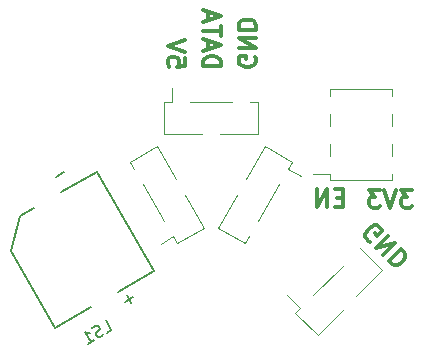
<source format=gbr>
%TF.GenerationSoftware,KiCad,Pcbnew,(6.0.4)*%
%TF.CreationDate,2023-03-23T02:18:43+01:00*%
%TF.ProjectId,FabLight,4661624c-6967-4687-942e-6b696361645f,rev?*%
%TF.SameCoordinates,Original*%
%TF.FileFunction,Legend,Bot*%
%TF.FilePolarity,Positive*%
%FSLAX46Y46*%
G04 Gerber Fmt 4.6, Leading zero omitted, Abs format (unit mm)*
G04 Created by KiCad (PCBNEW (6.0.4)) date 2023-03-23 02:18:43*
%MOMM*%
%LPD*%
G01*
G04 APERTURE LIST*
%ADD10C,0.300000*%
%ADD11C,0.150000*%
%ADD12C,0.120000*%
%ADD13C,0.127000*%
G04 APERTURE END LIST*
D10*
X49325554Y-40587240D02*
X48825554Y-40587240D01*
X48611269Y-41372954D02*
X49325554Y-41372954D01*
X49325554Y-39872954D01*
X48611269Y-39872954D01*
X47968412Y-41372954D02*
X47968412Y-39872954D01*
X47111269Y-41372954D01*
X47111269Y-39872954D01*
X51597897Y-44307319D02*
X51446374Y-44256811D01*
X51294852Y-44105288D01*
X51193836Y-43903258D01*
X51193836Y-43701227D01*
X51244344Y-43549704D01*
X51395867Y-43297166D01*
X51547390Y-43145643D01*
X51799928Y-42994120D01*
X51951451Y-42943613D01*
X52153481Y-42943613D01*
X52355512Y-43044628D01*
X52456527Y-43145643D01*
X52557542Y-43347674D01*
X52557542Y-43448689D01*
X52203989Y-43802242D01*
X52001958Y-43600212D01*
X53113126Y-43802242D02*
X52052466Y-44862902D01*
X53719218Y-44408334D01*
X52658558Y-45468994D01*
X54224294Y-44913410D02*
X53163634Y-45974070D01*
X53416172Y-46226608D01*
X53618202Y-46327624D01*
X53820233Y-46327624D01*
X53971756Y-46277116D01*
X54224294Y-46125593D01*
X54375817Y-45974070D01*
X54527340Y-45721532D01*
X54577847Y-45570009D01*
X54577847Y-45367979D01*
X54476832Y-45165948D01*
X54224294Y-44913410D01*
X37449652Y-29447857D02*
X38949652Y-29447857D01*
X38949652Y-29090714D01*
X38878224Y-28876428D01*
X38735366Y-28733571D01*
X38592509Y-28662142D01*
X38306795Y-28590714D01*
X38092509Y-28590714D01*
X37806795Y-28662142D01*
X37663938Y-28733571D01*
X37521081Y-28876428D01*
X37449652Y-29090714D01*
X37449652Y-29447857D01*
X37878224Y-28019285D02*
X37878224Y-27305000D01*
X37449652Y-28162142D02*
X38949652Y-27662142D01*
X37449652Y-27162142D01*
X38949652Y-26876428D02*
X38949652Y-26019285D01*
X37449652Y-26447857D02*
X38949652Y-26447857D01*
X37878224Y-25590714D02*
X37878224Y-24876428D01*
X37449652Y-25733571D02*
X38949652Y-25233571D01*
X37449652Y-24733571D01*
X55156749Y-39927282D02*
X54228178Y-39927282D01*
X54728178Y-40498711D01*
X54513892Y-40498711D01*
X54371035Y-40570139D01*
X54299607Y-40641568D01*
X54228178Y-40784425D01*
X54228178Y-41141568D01*
X54299607Y-41284425D01*
X54371035Y-41355853D01*
X54513892Y-41427282D01*
X54942464Y-41427282D01*
X55085321Y-41355853D01*
X55156749Y-41284425D01*
X53799607Y-39927282D02*
X53299607Y-41427282D01*
X52799607Y-39927282D01*
X52442464Y-39927282D02*
X51513892Y-39927282D01*
X52013892Y-40498711D01*
X51799607Y-40498711D01*
X51656749Y-40570139D01*
X51585321Y-40641568D01*
X51513892Y-40784425D01*
X51513892Y-41141568D01*
X51585321Y-41284425D01*
X51656749Y-41355853D01*
X51799607Y-41427282D01*
X52228178Y-41427282D01*
X52371035Y-41355853D01*
X52442464Y-41284425D01*
X41878224Y-28662142D02*
X41949652Y-28805000D01*
X41949652Y-29019285D01*
X41878224Y-29233571D01*
X41735366Y-29376428D01*
X41592509Y-29447857D01*
X41306795Y-29519285D01*
X41092509Y-29519285D01*
X40806795Y-29447857D01*
X40663938Y-29376428D01*
X40521081Y-29233571D01*
X40449652Y-29019285D01*
X40449652Y-28876428D01*
X40521081Y-28662142D01*
X40592509Y-28590714D01*
X41092509Y-28590714D01*
X41092509Y-28876428D01*
X40449652Y-27947857D02*
X41949652Y-27947857D01*
X40449652Y-27090714D01*
X41949652Y-27090714D01*
X40449652Y-26376428D02*
X41949652Y-26376428D01*
X41949652Y-26019285D01*
X41878224Y-25805000D01*
X41735366Y-25662142D01*
X41592509Y-25590714D01*
X41306795Y-25519285D01*
X41092509Y-25519285D01*
X40806795Y-25590714D01*
X40663938Y-25662142D01*
X40521081Y-25805000D01*
X40449652Y-26019285D01*
X40449652Y-26376428D01*
X35949652Y-28733571D02*
X35949652Y-29447857D01*
X35235366Y-29519285D01*
X35306795Y-29447857D01*
X35378224Y-29305000D01*
X35378224Y-28947857D01*
X35306795Y-28805000D01*
X35235366Y-28733571D01*
X35092509Y-28662142D01*
X34735366Y-28662142D01*
X34592509Y-28733571D01*
X34521081Y-28805000D01*
X34449652Y-28947857D01*
X34449652Y-29305000D01*
X34521081Y-29447857D01*
X34592509Y-29519285D01*
X35949652Y-28233571D02*
X34449652Y-27733571D01*
X35949652Y-27233571D01*
D11*
%TO.C,LS1*%
X29279425Y-52052916D02*
X29691818Y-51814821D01*
X29191818Y-50948796D01*
X29008179Y-52154534D02*
X28908271Y-52267202D01*
X28702074Y-52386250D01*
X28595786Y-52392629D01*
X28530737Y-52375200D01*
X28441879Y-52316531D01*
X28394260Y-52234052D01*
X28387880Y-52127764D01*
X28405310Y-52062715D01*
X28463979Y-51973857D01*
X28605127Y-51837379D01*
X28663796Y-51748521D01*
X28681226Y-51683472D01*
X28674846Y-51577184D01*
X28627227Y-51494705D01*
X28538369Y-51436036D01*
X28473320Y-51418606D01*
X28367032Y-51424986D01*
X28160835Y-51544034D01*
X28060927Y-51656702D01*
X27712331Y-52957678D02*
X28207203Y-52671964D01*
X27959767Y-52814821D02*
X27459767Y-51948796D01*
X27613674Y-52024895D01*
X27743772Y-52059754D01*
X27850060Y-52053374D01*
X31520577Y-49008515D02*
X30860748Y-49389468D01*
X31381139Y-49528906D02*
X31000187Y-48869077D01*
X25643782Y-38429608D02*
X24983953Y-38810561D01*
D12*
%TO.C,J1*%
X31267260Y-37576968D02*
X33570888Y-36246968D01*
X37540888Y-43123210D02*
X35935888Y-40343268D01*
X35237260Y-44453210D02*
X34902260Y-43872973D01*
X31602260Y-38157205D02*
X31267260Y-37576968D01*
X34142260Y-42556614D02*
X32362260Y-39473564D01*
X35237260Y-44453210D02*
X37540888Y-43123210D01*
X33854369Y-44477973D02*
X34902260Y-43872973D01*
X35175888Y-39026910D02*
X33570888Y-36246968D01*
%TO.C,J6*%
X50732428Y-44878391D02*
X52613332Y-46759295D01*
X47140326Y-52232301D02*
X49339428Y-50033199D01*
X46737275Y-48873544D02*
X49254575Y-46356244D01*
X52210281Y-47162346D02*
X52613332Y-46759295D01*
X50414230Y-48958397D02*
X52613332Y-46759295D01*
X45259422Y-50351397D02*
X45662473Y-49948346D01*
X45259422Y-50351397D02*
X47140326Y-52232301D01*
X45662473Y-49948346D02*
X44587670Y-48873544D01*
D13*
%TO.C,LS1*%
X28471326Y-38388963D02*
X33321326Y-46789409D01*
X25440237Y-40138963D02*
X28471326Y-38388963D01*
X33321326Y-46789409D02*
X30281577Y-48544409D01*
X27951969Y-49889409D02*
X24920880Y-51639409D01*
X24920880Y-51639409D02*
X21170880Y-45144219D01*
X21170880Y-45144219D02*
X21976136Y-42138963D01*
X21976136Y-42138963D02*
X23101969Y-41488963D01*
D12*
%TO.C,J3*%
X42681146Y-36250685D02*
X41076146Y-39030627D01*
X41349774Y-43876690D02*
X41014774Y-44456927D01*
X40316146Y-40346985D02*
X38711146Y-43126927D01*
X44984774Y-37580685D02*
X42681146Y-36250685D01*
X41014774Y-44456927D02*
X38711146Y-43126927D01*
X45697665Y-38765922D02*
X44649774Y-38160922D01*
X43889774Y-39477281D02*
X42109774Y-42560331D01*
X44984774Y-37580685D02*
X44649774Y-38160922D01*
%TO.C,J5*%
X48218412Y-31958534D02*
X48218412Y-31388534D01*
X53418412Y-39128534D02*
X53418412Y-38558534D01*
X53418412Y-37038534D02*
X53418412Y-36018534D01*
X48218412Y-37038534D02*
X48218412Y-36018534D01*
X48218412Y-31388534D02*
X53418412Y-31388534D01*
X48218412Y-34498534D02*
X48218412Y-33478534D01*
X48218412Y-39128534D02*
X48218412Y-38558534D01*
X53418412Y-34498534D02*
X53418412Y-33478534D01*
X53418412Y-31958534D02*
X53418412Y-31388534D01*
X46778412Y-38558534D02*
X48218412Y-38558534D01*
X48218412Y-39128534D02*
X53418412Y-39128534D01*
%TO.C,J2*%
X34158224Y-32535138D02*
X34828224Y-32535138D01*
X36348224Y-32535138D02*
X39908224Y-32535138D01*
X34158224Y-35195138D02*
X37368224Y-35195138D01*
X38888224Y-35195138D02*
X42098224Y-35195138D01*
X42098224Y-32535138D02*
X42098224Y-35195138D01*
X41428224Y-32535138D02*
X42098224Y-32535138D01*
X34828224Y-31325138D02*
X34828224Y-32535138D01*
X34158224Y-32535138D02*
X34158224Y-35195138D01*
%TD*%
M02*

</source>
